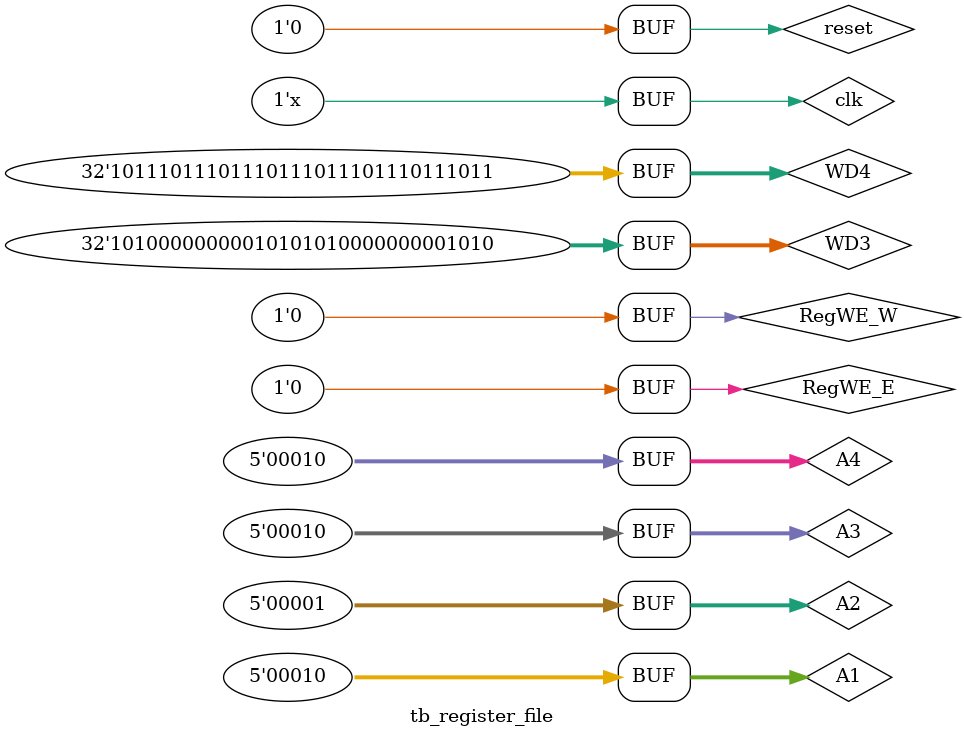
<source format=sv>
`timescale 1ns/1ps

module tb_register_file;

    logic           clk, reset,
                    RegWE_E, RegWE_W;
    logic [4:0]     A1, A2, A3, A4;
    logic [31:0]    WD3, WD4,
                    RD1, RD2;

    register_file dut(
        clk,
        reset,
        RegWE_E,
        RegWE_W,
        A1, A2, A3, A4,
        WD3, WD4,
        RD1, RD2
    );
    
    initial begin
    
        clk = 1'b0;         // Set clk to zero
        RegWE_E = 1'b0; RegWE_W = 1'b0;
        A1 = 5'b0; A2 = 5'b0; A3 = 5'b0; A4 = 5'b0;
        WD3 = 32'hAAAAAAAA; WD4 = 32'hBBBBBBBB;
    
        // Toggle reset
        #5; reset = 1'b0; #10; reset = 1'b1; #10; reset = 1'b0;
        
        #10;
        
        // Execute writes to register 1
        RegWE_E = 1'b1;
        A3 = 5'b00001;
        
        #10;
        
        // Read from register 0 and register 1
        RegWE_E = 1'b0;
        A1 = 5'b00000;
        A2 = 5'b00001;
        
        #10;
        
        // Execute overwrites to register 1 value
        RegWE_E = 1'b1;
        A3 = 5'b00001;
        WD3 = 32'hA00AA00A;
        
        #10;
        
        // Writeback writes to register 1, and Execute stops writing
        RegWE_E = 1'b0;
        A4 = 5'b00001;
        RegWE_W = 1'b1;
        
        #10;
        
        // Now both try to write to register 2
        A3 = 5'b00010; A4 = 5'b00010;
        RegWE_E = 1'b1; RegWE_W = 1'b1;
        
        #10;
        
        // Both stop writing and the result is read from register 2 (should be Execute value)
        RegWE_E = 1'b0; RegWE_W = 1'b0;
        A1 = 5'b00010;
        
        #10;
    
    end
    
    always begin
        clk <= !clk;
        #1;
    end

endmodule
</source>
